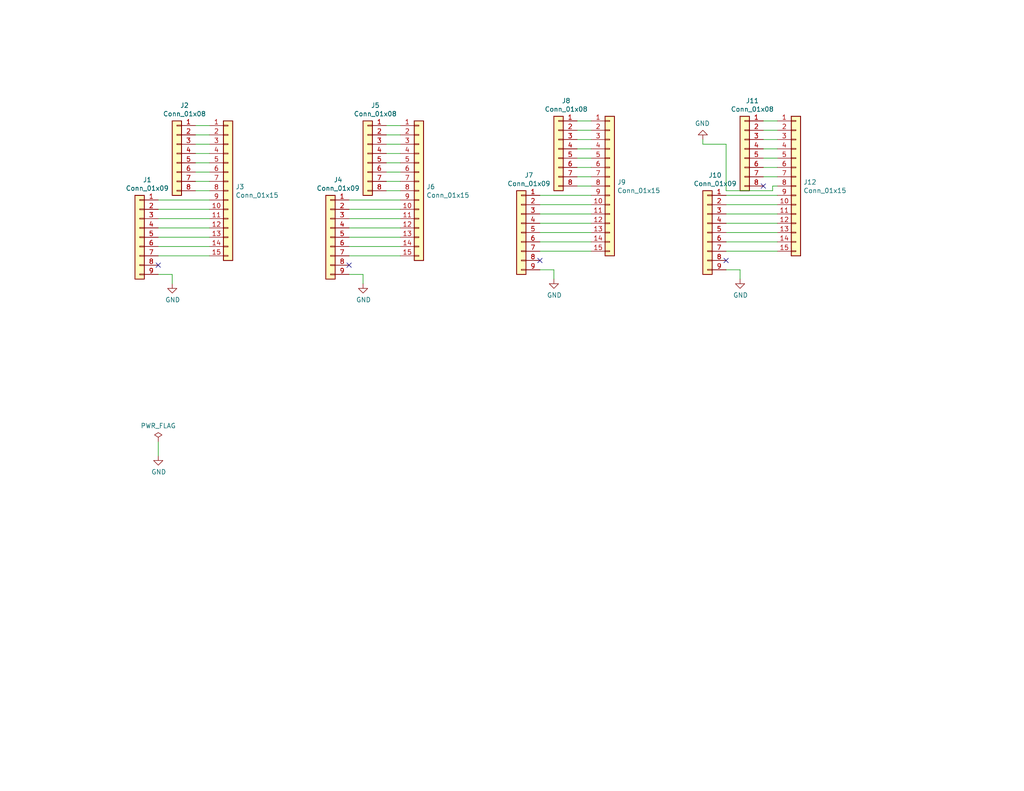
<source format=kicad_sch>
(kicad_sch (version 20230121) (generator eeschema)
  (paper "USLetter")
  (title_block (title "MEAboard_v1"))
  (lib_symbols
    (symbol "Connector_Generic:Conn_01x08" (pin_names (offset 1.016) hide)
      (property "Reference" "J" (at 0 10.16 0))
      (property "Value" "Conn_01x08" (at 0 -12.7 0))
      (symbol "Conn_01x08_1_1"
        (rectangle (start -1.27 -10.033) (end 0 -10.287) (stroke (width 0.1524)))
        (rectangle (start -1.27 -7.493) (end 0 -7.747) (stroke (width 0.1524)))
        (rectangle (start -1.27 -4.953) (end 0 -5.207) (stroke (width 0.1524)))
        (rectangle (start -1.27 -2.413) (end 0 -2.667) (stroke (width 0.1524)))
        (rectangle (start -1.27 0.127) (end 0 -0.127) (stroke (width 0.1524)))
        (rectangle (start -1.27 2.667) (end 0 2.413) (stroke (width 0.1524)))
        (rectangle (start -1.27 5.207) (end 0 4.953) (stroke (width 0.1524)))
        (rectangle (start -1.27 7.747) (end 0 7.493) (stroke (width 0.1524)))
        (rectangle (start -1.27 8.89) (end 1.27 -11.43) (stroke (width 0.254)) (fill (type background)))
        (pin passive line (at -5.08 7.62 0) (length 3.81) (name "Pin_1") (number "1"))
        (pin passive line (at -5.08 5.08 0) (length 3.81) (name "Pin_2") (number "2"))
        (pin passive line (at -5.08 2.54 0) (length 3.81) (name "Pin_3") (number "3"))
        (pin passive line (at -5.08 0 0) (length 3.81) (name "Pin_4") (number "4"))
        (pin passive line (at -5.08 -2.54 0) (length 3.81) (name "Pin_5") (number "5"))
        (pin passive line (at -5.08 -5.08 0) (length 3.81) (name "Pin_6") (number "6"))
        (pin passive line (at -5.08 -7.62 0) (length 3.81) (name "Pin_7") (number "7"))
        (pin passive line (at -5.08 -10.16 0) (length 3.81) (name "Pin_8") (number "8"))
      )
    )
    (symbol "Connector_Generic:Conn_01x09" (pin_names (offset 1.016) hide)
      (property "Reference" "J" (at 0 12.7 0))
      (property "Value" "Conn_01x09" (at 0 -12.7 0))
      (symbol "Conn_01x09_1_1"
        (rectangle (start -1.27 -10.033) (end 0 -10.287) (stroke (width 0.1524)))
        (rectangle (start -1.27 -7.493) (end 0 -7.747) (stroke (width 0.1524)))
        (rectangle (start -1.27 -4.953) (end 0 -5.207) (stroke (width 0.1524)))
        (rectangle (start -1.27 -2.413) (end 0 -2.667) (stroke (width 0.1524)))
        (rectangle (start -1.27 0.127) (end 0 -0.127) (stroke (width 0.1524)))
        (rectangle (start -1.27 2.667) (end 0 2.413) (stroke (width 0.1524)))
        (rectangle (start -1.27 5.207) (end 0 4.953) (stroke (width 0.1524)))
        (rectangle (start -1.27 7.747) (end 0 7.493) (stroke (width 0.1524)))
        (rectangle (start -1.27 10.287) (end 0 10.033) (stroke (width 0.1524)))
        (rectangle (start -1.27 11.43) (end 1.27 -11.43) (stroke (width 0.254)) (fill (type background)))
        (pin passive line (at -5.08 10.16 0) (length 3.81) (name "Pin_1") (number "1"))
        (pin passive line (at -5.08 7.62 0) (length 3.81) (name "Pin_2") (number "2"))
        (pin passive line (at -5.08 5.08 0) (length 3.81) (name "Pin_3") (number "3"))
        (pin passive line (at -5.08 2.54 0) (length 3.81) (name "Pin_4") (number "4"))
        (pin passive line (at -5.08 0 0) (length 3.81) (name "Pin_5") (number "5"))
        (pin passive line (at -5.08 -2.54 0) (length 3.81) (name "Pin_6") (number "6"))
        (pin passive line (at -5.08 -5.08 0) (length 3.81) (name "Pin_7") (number "7"))
        (pin passive line (at -5.08 -7.62 0) (length 3.81) (name "Pin_8") (number "8"))
        (pin passive line (at -5.08 -10.16 0) (length 3.81) (name "Pin_9") (number "9"))
      )
    )
    (symbol "Connector_Generic:Conn_01x15" (pin_names (offset 1.016) hide)
      (property "Reference" "J" (at 0 20.32 0))
      (property "Value" "Conn_01x15" (at 0 -20.32 0))
      (symbol "Conn_01x15_1_1"
        (rectangle (start -1.27 -17.653) (end 0 -17.907) (stroke (width 0.1524)))
        (rectangle (start -1.27 -15.113) (end 0 -15.367) (stroke (width 0.1524)))
        (rectangle (start -1.27 -12.573) (end 0 -12.827) (stroke (width 0.1524)))
        (rectangle (start -1.27 -10.033) (end 0 -10.287) (stroke (width 0.1524)))
        (rectangle (start -1.27 -7.493) (end 0 -7.747) (stroke (width 0.1524)))
        (rectangle (start -1.27 -4.953) (end 0 -5.207) (stroke (width 0.1524)))
        (rectangle (start -1.27 -2.413) (end 0 -2.667) (stroke (width 0.1524)))
        (rectangle (start -1.27 0.127) (end 0 -0.127) (stroke (width 0.1524)))
        (rectangle (start -1.27 2.667) (end 0 2.413) (stroke (width 0.1524)))
        (rectangle (start -1.27 5.207) (end 0 4.953) (stroke (width 0.1524)))
        (rectangle (start -1.27 7.747) (end 0 7.493) (stroke (width 0.1524)))
        (rectangle (start -1.27 10.287) (end 0 10.033) (stroke (width 0.1524)))
        (rectangle (start -1.27 12.827) (end 0 12.573) (stroke (width 0.1524)))
        (rectangle (start -1.27 15.367) (end 0 15.113) (stroke (width 0.1524)))
        (rectangle (start -1.27 17.907) (end 0 17.653) (stroke (width 0.1524)))
        (rectangle (start -1.27 19.05) (end 1.27 -19.05) (stroke (width 0.254)) (fill (type background)))
        (pin passive line (at -5.08 17.78 0) (length 3.81) (name "Pin_1") (number "1"))
        (pin passive line (at -5.08 -5.08 0) (length 3.81) (name "Pin_10") (number "10"))
        (pin passive line (at -5.08 -7.62 0) (length 3.81) (name "Pin_11") (number "11"))
        (pin passive line (at -5.08 -10.16 0) (length 3.81) (name "Pin_12") (number "12"))
        (pin passive line (at -5.08 -12.7 0) (length 3.81) (name "Pin_13") (number "13"))
        (pin passive line (at -5.08 -15.24 0) (length 3.81) (name "Pin_14") (number "14"))
        (pin passive line (at -5.08 -17.78 0) (length 3.81) (name "Pin_15") (number "15"))
        (pin passive line (at -5.08 15.24 0) (length 3.81) (name "Pin_2") (number "2"))
        (pin passive line (at -5.08 12.7 0) (length 3.81) (name "Pin_3") (number "3"))
        (pin passive line (at -5.08 10.16 0) (length 3.81) (name "Pin_4") (number "4"))
        (pin passive line (at -5.08 7.62 0) (length 3.81) (name "Pin_5") (number "5"))
        (pin passive line (at -5.08 5.08 0) (length 3.81) (name "Pin_6") (number "6"))
        (pin passive line (at -5.08 2.54 0) (length 3.81) (name "Pin_7") (number "7"))
        (pin passive line (at -5.08 0 0) (length 3.81) (name "Pin_8") (number "8"))
        (pin passive line (at -5.08 -2.54 0) (length 3.81) (name "Pin_9") (number "9"))
      )
    )
    (symbol "power:GND" (power) (pin_names (offset 0))
      (property "Value" "GND" (at 0 -3.81 0))
      (symbol "GND_0_1"
        (polyline (pts (xy 0 0) (xy 0 -1.27) (xy 1.27 -1.27) (xy 0 -2.54) (xy -1.27 -1.27) (xy 0 -1.27)))
      )
      (symbol "GND_1_1"
        (pin power_in line (at 0 0 270) (length 0) hide (name "GND") (number "1"))
      )
    )
    (symbol "power:PWR_FLAG" (power) (pin_numbers hide) (pin_names (offset 0) hide)
      (property "Value" "PWR_FLAG" (at 0 3.81 0))
      (symbol "PWR_FLAG_0_0"
        (pin power_out line (at 0 0 90) (length 0) (name "pwr") (number "1"))
      )
      (symbol "PWR_FLAG_0_1"
        (polyline (pts (xy 0 0) (xy 0 1.27) (xy -1.016 1.905) (xy 0 2.54) (xy 1.016 1.905) (xy 0 1.27)))
      )
    )
  )
  (no_connect (at 208.28 50.8))
  (no_connect (at 95.25 72.39))
  (no_connect (at 198.12 71.12))
  (no_connect (at 147.32 71.12))
  (no_connect (at 43.18 72.39))
  (wire (pts (xy 53.34 34.29) (xy 57.15 34.29)))
  (wire (pts (xy 147.32 60.96) (xy 161.29 60.96)))
  (wire (pts (xy 198.12 58.42) (xy 212.09 58.42)))
  (wire (pts (xy 95.25 64.77) (xy 109.22 64.77)))
  (wire (pts (xy 105.41 49.53) (xy 109.22 49.53)))
  (wire (pts (xy 157.48 40.64) (xy 161.29 40.64)))
  (wire (pts (xy 95.25 62.23) (xy 109.22 62.23)))
  (wire (pts (xy 151.13 73.66) (xy 151.13 76.2)))
  (wire (pts (xy 53.34 46.99) (xy 57.15 46.99)))
  (wire (pts (xy 157.48 33.02) (xy 161.29 33.02)))
  (wire (pts (xy 43.18 62.23) (xy 57.15 62.23)))
  (wire (pts (xy 43.18 54.61) (xy 57.15 54.61)))
  (wire (pts (xy 53.34 39.37) (xy 57.15 39.37)))
  (wire (pts (xy 198.12 66.04) (xy 212.09 66.04)))
  (wire (pts (xy 105.41 44.45) (xy 109.22 44.45)))
  (wire (pts (xy 208.28 35.56) (xy 212.09 35.56)))
  (wire (pts (xy 210.82 50.8) (xy 210.82 52.07)))
  (wire (pts (xy 198.12 60.96) (xy 212.09 60.96)))
  (wire (pts (xy 157.48 43.18) (xy 161.29 43.18)))
  (wire (pts (xy 191.77 39.37) (xy 191.77 38.1)))
  (wire (pts (xy 208.28 48.26) (xy 212.09 48.26)))
  (wire (pts (xy 43.18 67.31) (xy 57.15 67.31)))
  (wire (pts (xy 198.12 52.07) (xy 198.12 39.37)))
  (wire (pts (xy 147.32 66.04) (xy 161.29 66.04)))
  (wire (pts (xy 147.32 58.42) (xy 161.29 58.42)))
  (wire (pts (xy 147.32 73.66) (xy 151.13 73.66)))
  (wire (pts (xy 208.28 33.02) (xy 212.09 33.02)))
  (wire (pts (xy 147.32 55.88) (xy 161.29 55.88)))
  (wire (pts (xy 198.12 53.34) (xy 212.09 53.34)))
  (wire (pts (xy 147.32 63.5) (xy 161.29 63.5)))
  (wire (pts (xy 53.34 52.07) (xy 57.15 52.07)))
  (wire (pts (xy 95.25 54.61) (xy 109.22 54.61)))
  (wire (pts (xy 43.18 64.77) (xy 57.15 64.77)))
  (wire (pts (xy 95.25 57.15) (xy 109.22 57.15)))
  (wire (pts (xy 95.25 74.93) (xy 99.06 74.93)))
  (wire (pts (xy 53.34 36.83) (xy 57.15 36.83)))
  (wire (pts (xy 147.32 53.34) (xy 161.29 53.34)))
  (wire (pts (xy 43.18 57.15) (xy 57.15 57.15)))
  (wire (pts (xy 43.18 59.69) (xy 57.15 59.69)))
  (wire (pts (xy 198.12 63.5) (xy 212.09 63.5)))
  (wire (pts (xy 99.06 74.93) (xy 99.06 77.47)))
  (wire (pts (xy 105.41 34.29) (xy 109.22 34.29)))
  (wire (pts (xy 157.48 38.1) (xy 161.29 38.1)))
  (wire (pts (xy 95.25 67.31) (xy 109.22 67.31)))
  (wire (pts (xy 198.12 68.58) (xy 212.09 68.58)))
  (wire (pts (xy 157.48 35.56) (xy 161.29 35.56)))
  (wire (pts (xy 157.48 48.26) (xy 161.29 48.26)))
  (wire (pts (xy 105.41 52.07) (xy 109.22 52.07)))
  (wire (pts (xy 210.82 52.07) (xy 198.12 52.07)))
  (wire (pts (xy 201.93 73.66) (xy 201.93 76.2)))
  (wire (pts (xy 208.28 38.1) (xy 212.09 38.1)))
  (wire (pts (xy 198.12 55.88) (xy 212.09 55.88)))
  (wire (pts (xy 208.28 45.72) (xy 212.09 45.72)))
  (wire (pts (xy 105.41 36.83) (xy 109.22 36.83)))
  (wire (pts (xy 147.32 68.58) (xy 161.29 68.58)))
  (wire (pts (xy 53.34 49.53) (xy 57.15 49.53)))
  (wire (pts (xy 95.25 69.85) (xy 109.22 69.85)))
  (wire (pts (xy 105.41 41.91) (xy 109.22 41.91)))
  (wire (pts (xy 105.41 46.99) (xy 109.22 46.99)))
  (wire (pts (xy 46.99 74.93) (xy 46.99 77.47)))
  (wire (pts (xy 95.25 59.69) (xy 109.22 59.69)))
  (wire (pts (xy 198.12 73.66) (xy 201.93 73.66)))
  (wire (pts (xy 105.41 39.37) (xy 109.22 39.37)))
  (wire (pts (xy 43.18 74.93) (xy 46.99 74.93)))
  (wire (pts (xy 198.12 39.37) (xy 191.77 39.37)))
  (wire (pts (xy 43.18 120.65) (xy 43.18 124.46)))
  (wire (pts (xy 208.28 40.64) (xy 212.09 40.64)))
  (wire (pts (xy 43.18 69.85) (xy 57.15 69.85)))
  (wire (pts (xy 208.28 43.18) (xy 212.09 43.18)))
  (wire (pts (xy 53.34 44.45) (xy 57.15 44.45)))
  (wire (pts (xy 157.48 45.72) (xy 161.29 45.72)))
  (wire (pts (xy 212.09 50.8) (xy 210.82 50.8)))
  (wire (pts (xy 157.48 50.8) (xy 161.29 50.8)))
  (wire (pts (xy 53.34 41.91) (xy 57.15 41.91)))
  (symbol (lib_id "Connector_Generic:Conn_01x08") (at 203.2 40.64 0) (mirror y) (unit 1)
    (property "Reference" "J11" (at 205.2828 27.5082 0))
    (property "Value" "Conn_01x08" (at 205.2828 29.8196 0))
    (property "Footprint" "Connector_PinHeader_2.54mm:PinHeader_1x08_P2.54mm_Vertical" (effects hide))
  )
  (symbol (lib_id "Connector_Generic:Conn_01x09") (at 193.04 63.5 0) (mirror y) (unit 1)
    (property "Reference" "J10" (at 195.1228 47.8282 0))
    (property "Value" "Conn_01x09" (at 195.1228 50.1396 0))
    (property "Footprint" "Connector_PinHeader_2.54mm:PinHeader_1x09_P2.54mm_Vertical" (effects hide))
  )
  (symbol (lib_id "Connector_Generic:Conn_01x15") (at 217.17 50.8 0) (unit 1)
    (property "Reference" "J12" (at 219.202 49.7332 0) (effects (justify left)))
    (property "Value" "Conn_01x15" (at 219.202 52.0446 0) (effects (justify left)))
    (property "Footprint" "MEAboard:PinHeader_1x15_P2.4mm_Vertical" (effects hide))
  )
  (symbol (lib_id "power:GND") (at 201.93 76.2 0) (unit 1)
    (property "Reference" "#PWR05" (effects hide))
    (property "Value" "GND" (at 202.057 80.5942 0))
  )
  (symbol (lib_id "Connector_Generic:Conn_01x15") (at 166.37 50.8 0) (unit 1)
    (property "Reference" "J9" (at 168.402 49.7332 0) (effects (justify left)))
    (property "Value" "Conn_01x15" (at 168.402 52.0446 0) (effects (justify left)))
    (property "Footprint" "MEAboard:PinHeader_1x15_P2.4mm_Vertical" (effects hide))
  )
  (symbol (lib_id "Connector_Generic:Conn_01x09") (at 142.24 63.5 0) (mirror y) (unit 1)
    (property "Reference" "J7" (at 144.3228 47.8282 0))
    (property "Value" "Conn_01x09" (at 144.3228 50.1396 0))
    (property "Footprint" "Connector_PinHeader_2.54mm:PinHeader_1x09_P2.54mm_Vertical" (effects hide))
  )
  (symbol (lib_id "Connector_Generic:Conn_01x08") (at 152.4 40.64 0) (mirror y) (unit 1)
    (property "Reference" "J8" (at 154.4828 27.5082 0))
    (property "Value" "Conn_01x08" (at 154.4828 29.8196 0))
    (property "Footprint" "Connector_PinHeader_2.54mm:PinHeader_1x08_P2.54mm_Vertical" (effects hide))
  )
  (symbol (lib_id "power:GND") (at 151.13 76.2 0) (unit 1)
    (property "Reference" "#PWR03" (effects hide))
    (property "Value" "GND" (at 151.257 80.5942 0))
  )
  (symbol (lib_id "Connector_Generic:Conn_01x15") (at 114.3 52.07 0) (unit 1)
    (property "Reference" "J6" (at 116.332 51.0032 0) (effects (justify left)))
    (property "Value" "Conn_01x15" (at 116.332 53.3146 0) (effects (justify left)))
    (property "Footprint" "MEAboard:PinHeader_1x15_P2.4mm_Vertical" (effects hide))
  )
  (symbol (lib_id "Connector_Generic:Conn_01x09") (at 90.17 64.77 0) (mirror y) (unit 1)
    (property "Reference" "J4" (at 92.2528 49.0982 0))
    (property "Value" "Conn_01x09" (at 92.2528 51.4096 0))
    (property "Footprint" "Connector_PinHeader_2.54mm:PinHeader_1x09_P2.54mm_Vertical" (effects hide))
  )
  (symbol (lib_id "Connector_Generic:Conn_01x08") (at 100.33 41.91 0) (mirror y) (unit 1)
    (property "Reference" "J5" (at 102.4128 28.7782 0))
    (property "Value" "Conn_01x08" (at 102.4128 31.0896 0))
    (property "Footprint" "Connector_PinHeader_2.54mm:PinHeader_1x08_P2.54mm_Vertical" (effects hide))
  )
  (symbol (lib_id "power:GND") (at 99.06 77.47 0) (unit 1)
    (property "Reference" "#PWR02" (effects hide))
    (property "Value" "GND" (at 99.187 81.8642 0))
  )
  (symbol (lib_id "Connector_Generic:Conn_01x15") (at 62.23 52.07 0) (unit 1)
    (property "Reference" "J3" (at 64.262 51.0032 0) (effects (justify left)))
    (property "Value" "Conn_01x15" (at 64.262 53.3146 0) (effects (justify left)))
    (property "Footprint" "MEAboard:PinHeader_1x15_P2.4mm_Vertical" (effects hide))
  )
  (symbol (lib_id "Connector_Generic:Conn_01x09") (at 38.1 64.77 0) (mirror y) (unit 1)
    (property "Reference" "J1" (at 40.1828 49.0982 0))
    (property "Value" "Conn_01x09" (at 40.1828 51.4096 0))
    (property "Footprint" "Connector_PinHeader_2.54mm:PinHeader_1x09_P2.54mm_Vertical" (effects hide))
  )
  (symbol (lib_id "Connector_Generic:Conn_01x08") (at 48.26 41.91 0) (mirror y) (unit 1)
    (property "Reference" "J2" (at 50.3428 28.7782 0))
    (property "Value" "Conn_01x08" (at 50.3428 31.0896 0))
    (property "Footprint" "Connector_PinHeader_2.54mm:PinHeader_1x08_P2.54mm_Vertical" (effects hide))
  )
  (symbol (lib_id "power:GND") (at 46.99 77.47 0) (unit 1)
    (property "Reference" "#PWR01" (effects hide))
    (property "Value" "GND" (at 47.117 81.8642 0))
  )
  (symbol (lib_id "power:GND") (at 191.77 38.1 180) (unit 1)
    (property "Reference" "#PWR04" (effects hide))
    (property "Value" "GND" (at 191.643 33.7058 0))
  )
  (symbol (lib_id "power:PWR_FLAG") (at 43.18 120.65 0) (unit 1)
    (property "Reference" "#FLG0101" (effects hide))
    (property "Value" "PWR_FLAG" (at 43.18 116.2558 0))
  )
  (symbol (lib_id "power:GND") (at 43.18 124.46 0) (unit 1)
    (property "Reference" "#PWR0101" (effects hide))
    (property "Value" "GND" (at 43.307 128.8542 0))
  )
)
</source>
